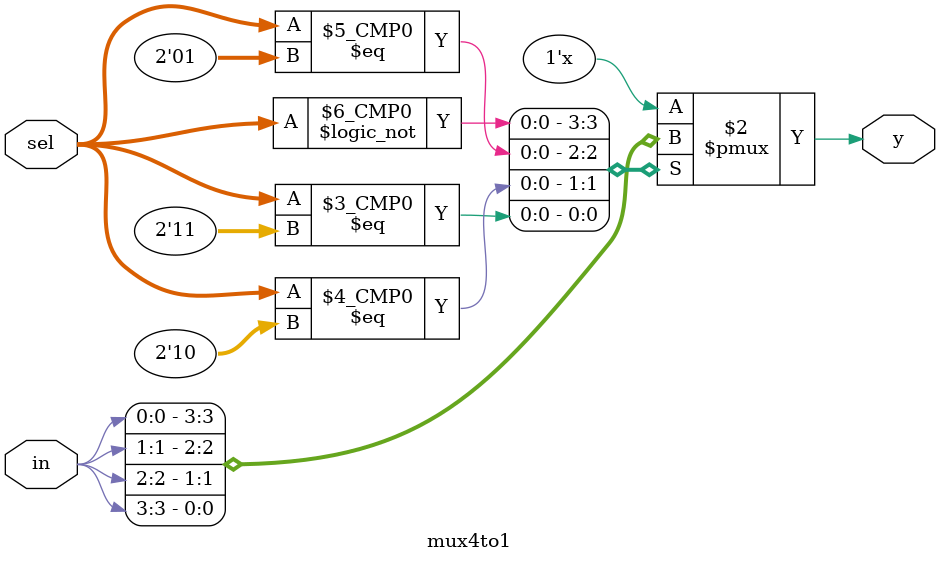
<source format=sv>
module mux4to1 (
    input logic [3:0] in,
    input logic [1:0] sel,
    output logic y
);

always_comb begin 
    case (sel)
        2'b00: y = in[0];
        2'b01: y = in[1];
        2'b10: y = in[2];
        2'b11: y = in[3];
        default: y = 1'b0;
    endcase
end

endmodule
</source>
